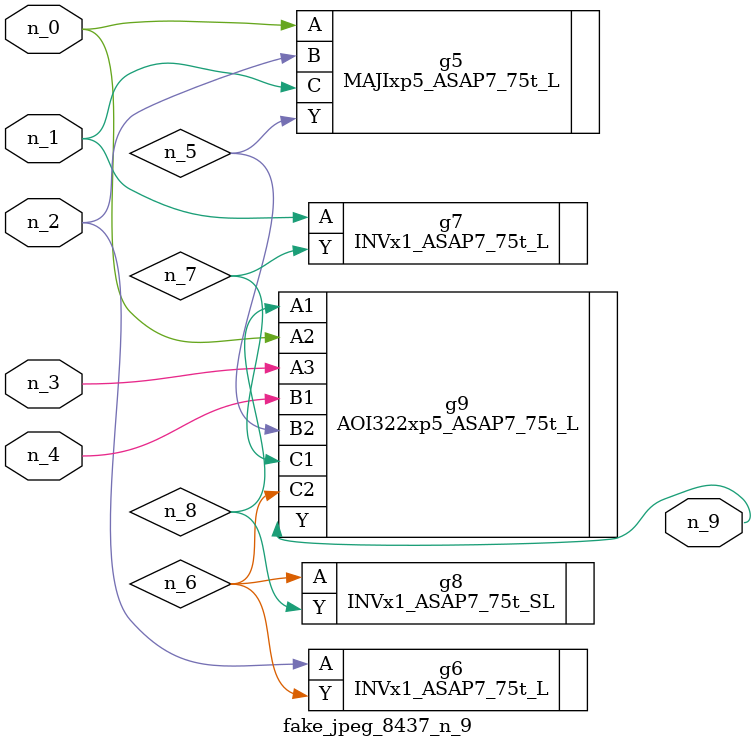
<source format=v>
module fake_jpeg_8437_n_9 (n_3, n_2, n_1, n_0, n_4, n_9);

input n_3;
input n_2;
input n_1;
input n_0;
input n_4;

output n_9;

wire n_8;
wire n_6;
wire n_5;
wire n_7;

MAJIxp5_ASAP7_75t_L g5 ( 
.A(n_0),
.B(n_2),
.C(n_1),
.Y(n_5)
);

INVx1_ASAP7_75t_L g6 ( 
.A(n_2),
.Y(n_6)
);

INVx1_ASAP7_75t_L g7 ( 
.A(n_1),
.Y(n_7)
);

INVx1_ASAP7_75t_SL g8 ( 
.A(n_6),
.Y(n_8)
);

AOI322xp5_ASAP7_75t_L g9 ( 
.A1(n_8),
.A2(n_0),
.A3(n_3),
.B1(n_4),
.B2(n_5),
.C1(n_7),
.C2(n_6),
.Y(n_9)
);


endmodule
</source>
